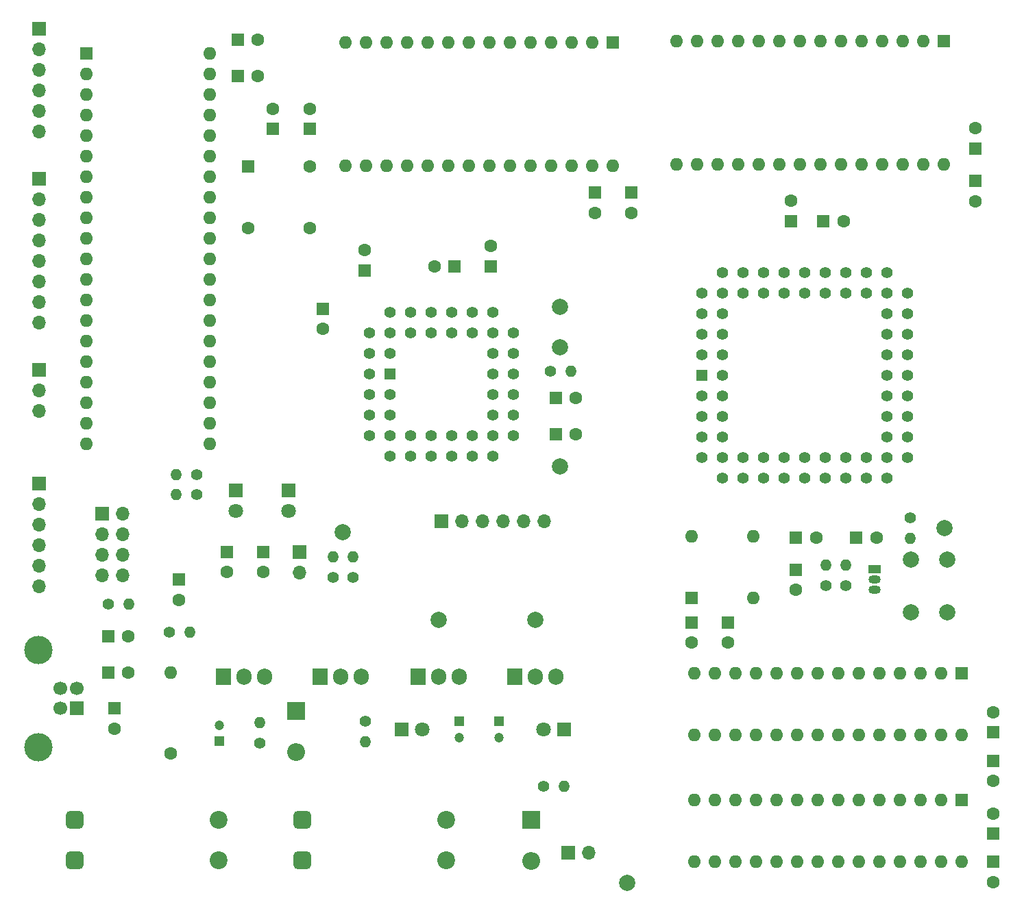
<source format=gbr>
%TF.GenerationSoftware,KiCad,Pcbnew,7.0.10*%
%TF.CreationDate,2024-02-09T09:46:36-06:00*%
%TF.ProjectId,SBC Circuit,53424320-4369-4726-9375-69742e6b6963,0.1*%
%TF.SameCoordinates,Original*%
%TF.FileFunction,Soldermask,Bot*%
%TF.FilePolarity,Negative*%
%FSLAX46Y46*%
G04 Gerber Fmt 4.6, Leading zero omitted, Abs format (unit mm)*
G04 Created by KiCad (PCBNEW 7.0.10) date 2024-02-09 09:46:36*
%MOMM*%
%LPD*%
G01*
G04 APERTURE LIST*
G04 Aperture macros list*
%AMRoundRect*
0 Rectangle with rounded corners*
0 $1 Rounding radius*
0 $2 $3 $4 $5 $6 $7 $8 $9 X,Y pos of 4 corners*
0 Add a 4 corners polygon primitive as box body*
4,1,4,$2,$3,$4,$5,$6,$7,$8,$9,$2,$3,0*
0 Add four circle primitives for the rounded corners*
1,1,$1+$1,$2,$3*
1,1,$1+$1,$4,$5*
1,1,$1+$1,$6,$7*
1,1,$1+$1,$8,$9*
0 Add four rect primitives between the rounded corners*
20,1,$1+$1,$2,$3,$4,$5,0*
20,1,$1+$1,$4,$5,$6,$7,0*
20,1,$1+$1,$6,$7,$8,$9,0*
20,1,$1+$1,$8,$9,$2,$3,0*%
G04 Aperture macros list end*
%ADD10R,1.600000X1.600000*%
%ADD11C,1.600000*%
%ADD12RoundRect,0.550000X-0.550000X-0.550000X0.550000X-0.550000X0.550000X0.550000X-0.550000X0.550000X0*%
%ADD13C,2.200000*%
%ADD14C,2.000000*%
%ADD15R,1.700000X1.700000*%
%ADD16O,1.700000X1.700000*%
%ADD17C,1.400000*%
%ADD18O,1.400000X1.400000*%
%ADD19O,1.600000X1.600000*%
%ADD20R,2.200000X2.200000*%
%ADD21O,2.200000X2.200000*%
%ADD22R,1.800000X1.800000*%
%ADD23C,1.800000*%
%ADD24C,1.700000*%
%ADD25C,3.500000*%
%ADD26R,1.905000X2.000000*%
%ADD27O,1.905000X2.000000*%
%ADD28R,1.422400X1.422400*%
%ADD29C,1.422400*%
%ADD30R,1.200000X1.200000*%
%ADD31C,1.200000*%
%ADD32R,1.500000X1.050000*%
%ADD33O,1.500000X1.050000*%
G04 APERTURE END LIST*
D10*
X161214600Y-110000000D03*
D11*
X161214600Y-112500000D03*
D12*
X113142400Y-134416800D03*
X113142400Y-139416800D03*
D13*
X130942400Y-134416800D03*
X130942400Y-139416800D03*
D14*
X129960000Y-109735400D03*
D10*
X153775000Y-56896000D03*
D11*
X153775000Y-59396000D03*
D10*
X108290000Y-101285400D03*
D11*
X108290000Y-103785400D03*
D15*
X80655800Y-55168800D03*
D16*
X80655800Y-57708800D03*
X80655800Y-60248800D03*
X80655800Y-62788800D03*
X80655800Y-65328800D03*
X80655800Y-67868800D03*
X80655800Y-70408800D03*
X80655800Y-72948800D03*
D10*
X131954961Y-66000000D03*
D11*
X129454961Y-66000000D03*
D17*
X119420000Y-104455400D03*
D18*
X119420000Y-101915400D03*
D10*
X151525000Y-38349000D03*
D19*
X148985000Y-38349000D03*
X146445000Y-38349000D03*
X143905000Y-38349000D03*
X141365000Y-38349000D03*
X138825000Y-38349000D03*
X136285000Y-38349000D03*
X133745000Y-38349000D03*
X131205000Y-38349000D03*
X128665000Y-38349000D03*
X126125000Y-38349000D03*
X123585000Y-38349000D03*
X121045000Y-38349000D03*
X118505000Y-38349000D03*
X118505000Y-53589000D03*
X121045000Y-53589000D03*
X123585000Y-53589000D03*
X126125000Y-53589000D03*
X128665000Y-53589000D03*
X131205000Y-53589000D03*
X133745000Y-53589000D03*
X136285000Y-53589000D03*
X138825000Y-53589000D03*
X141365000Y-53589000D03*
X143905000Y-53589000D03*
X146445000Y-53589000D03*
X148985000Y-53589000D03*
X151525000Y-53589000D03*
D10*
X173500000Y-60405000D03*
D11*
X173500000Y-57905000D03*
D14*
X192500000Y-98349999D03*
X145000000Y-76000000D03*
D20*
X112420000Y-120977583D03*
D21*
X112420000Y-126057583D03*
D15*
X130344961Y-97500000D03*
D16*
X132884961Y-97500000D03*
X135424961Y-97500000D03*
X137964961Y-97500000D03*
X140504961Y-97500000D03*
X143044961Y-97500000D03*
D15*
X112790000Y-101285400D03*
D16*
X112790000Y-103825400D03*
D11*
X96920000Y-126235400D03*
D19*
X96920000Y-116235400D03*
D10*
X89920000Y-120655400D03*
D11*
X89920000Y-123155400D03*
D10*
X192360000Y-38190418D03*
D19*
X189820000Y-38190418D03*
X187280000Y-38190418D03*
X184740000Y-38190418D03*
X182200000Y-38190418D03*
X179660000Y-38190418D03*
X177120000Y-38190418D03*
X174580000Y-38190418D03*
X172040000Y-38190418D03*
X169500000Y-38190418D03*
X166960000Y-38190418D03*
X164420000Y-38190418D03*
X161880000Y-38190418D03*
X159340000Y-38190418D03*
X159340000Y-53430418D03*
X161880000Y-53430418D03*
X164420000Y-53430418D03*
X166960000Y-53430418D03*
X169500000Y-53430418D03*
X172040000Y-53430418D03*
X174580000Y-53430418D03*
X177120000Y-53430418D03*
X179660000Y-53430418D03*
X182200000Y-53430418D03*
X184740000Y-53430418D03*
X187280000Y-53430418D03*
X189820000Y-53430418D03*
X192360000Y-53430418D03*
D10*
X198500000Y-127120000D03*
D11*
X198500000Y-129620000D03*
D10*
X198500000Y-123620000D03*
D11*
X198500000Y-121120000D03*
D10*
X120844961Y-66500000D03*
D11*
X120844961Y-64000000D03*
D15*
X80655800Y-92862400D03*
D16*
X80655800Y-95402400D03*
X80655800Y-97942400D03*
X80655800Y-100482400D03*
X80655800Y-103022400D03*
X80655800Y-105562400D03*
D22*
X111420000Y-93735400D03*
D23*
X111420000Y-96275400D03*
D22*
X104920000Y-93735400D03*
D23*
X104920000Y-96275400D03*
D12*
X85050000Y-134416800D03*
X85050000Y-139416800D03*
D13*
X102850000Y-134416800D03*
X102850000Y-139416800D03*
D17*
X180314600Y-105465000D03*
D18*
X180314600Y-102925000D03*
D15*
X85277500Y-120655400D03*
D24*
X85277500Y-118155400D03*
X83277500Y-118155400D03*
X83277500Y-120655400D03*
D25*
X80567500Y-125425400D03*
X80567500Y-113385400D03*
D10*
X89170000Y-111735400D03*
D11*
X91670000Y-111735400D03*
D17*
X96700000Y-111235400D03*
D18*
X99240000Y-111235400D03*
D10*
X105170000Y-42500000D03*
D11*
X107670000Y-42500000D03*
D10*
X105170000Y-38000000D03*
D11*
X107670000Y-38000000D03*
D10*
X194579000Y-132000000D03*
D19*
X192039000Y-132000000D03*
X189499000Y-132000000D03*
X186959000Y-132000000D03*
X184419000Y-132000000D03*
X181879000Y-132000000D03*
X179339000Y-132000000D03*
X176799000Y-132000000D03*
X174259000Y-132000000D03*
X171719000Y-132000000D03*
X169179000Y-132000000D03*
X166639000Y-132000000D03*
X164099000Y-132000000D03*
X161559000Y-132000000D03*
X161559000Y-139620000D03*
X164099000Y-139620000D03*
X166639000Y-139620000D03*
X169179000Y-139620000D03*
X171719000Y-139620000D03*
X174259000Y-139620000D03*
X176799000Y-139620000D03*
X179339000Y-139620000D03*
X181879000Y-139620000D03*
X184419000Y-139620000D03*
X186959000Y-139620000D03*
X189499000Y-139620000D03*
X192039000Y-139620000D03*
X194579000Y-139620000D03*
D22*
X145460000Y-123235400D03*
D23*
X142920000Y-123235400D03*
D10*
X198500000Y-139620000D03*
D11*
X198500000Y-142120000D03*
D10*
X144454961Y-86775400D03*
D11*
X146954961Y-86775400D03*
D10*
X103790000Y-101285400D03*
D11*
X103790000Y-103785400D03*
D14*
X141960000Y-109735400D03*
D10*
X89170000Y-116235400D03*
D11*
X91670000Y-116235400D03*
D17*
X100140000Y-91735400D03*
D18*
X97600000Y-91735400D03*
D15*
X146010000Y-138455400D03*
D16*
X148550000Y-138455400D03*
D10*
X136454961Y-66000000D03*
D11*
X136454961Y-63500000D03*
D10*
X196315000Y-51430418D03*
D11*
X196315000Y-48930418D03*
D26*
X103380000Y-116735400D03*
D27*
X105920000Y-116735400D03*
X108460000Y-116735400D03*
D10*
X198500000Y-136120000D03*
D11*
X198500000Y-133620000D03*
D10*
X86497800Y-39695400D03*
D19*
X86497800Y-42235400D03*
X86497800Y-44775400D03*
X86497800Y-47315400D03*
X86497800Y-49855400D03*
X86497800Y-52395400D03*
X86497800Y-54935400D03*
X86497800Y-57475400D03*
X86497800Y-60015400D03*
X86497800Y-62555400D03*
X86497800Y-65095400D03*
X86497800Y-67635400D03*
X86497800Y-70175400D03*
X86497800Y-72715400D03*
X86497800Y-75255400D03*
X86497800Y-77795400D03*
X86497800Y-80335400D03*
X86497800Y-82875400D03*
X86497800Y-85415400D03*
X86497800Y-87955400D03*
X101737800Y-87955400D03*
X101737800Y-85415400D03*
X101737800Y-82875400D03*
X101737800Y-80335400D03*
X101737800Y-77795400D03*
X101737800Y-75255400D03*
X101737800Y-72715400D03*
X101737800Y-70175400D03*
X101737800Y-67635400D03*
X101737800Y-65095400D03*
X101737800Y-62555400D03*
X101737800Y-60015400D03*
X101737800Y-57475400D03*
X101737800Y-54935400D03*
X101737800Y-52395400D03*
X101737800Y-49855400D03*
X101737800Y-47315400D03*
X101737800Y-44775400D03*
X101737800Y-42235400D03*
X101737800Y-39695400D03*
D10*
X177500000Y-60405000D03*
D11*
X180000000Y-60405000D03*
D10*
X149275000Y-56896000D03*
D11*
X149275000Y-59396000D03*
D14*
X118170000Y-98830400D03*
D17*
X120920000Y-122235400D03*
D18*
X120920000Y-124775400D03*
D28*
X162484600Y-79500000D03*
D29*
X165024600Y-79500000D03*
X162484600Y-82040000D03*
X165024600Y-82040000D03*
X162484600Y-84580000D03*
X165024600Y-84580000D03*
X162484600Y-87120000D03*
X165024600Y-87120000D03*
X162484600Y-89660000D03*
X165024600Y-92200000D03*
X165024600Y-89660000D03*
X167564600Y-92200000D03*
X167564600Y-89660000D03*
X170104600Y-92200000D03*
X170104600Y-89660000D03*
X172644600Y-92200000D03*
X172644600Y-89660000D03*
X175184600Y-92200000D03*
X175184600Y-89660000D03*
X177724600Y-92200000D03*
X177724600Y-89660000D03*
X180264600Y-92200000D03*
X180264600Y-89660000D03*
X182804600Y-92200000D03*
X182804600Y-89660000D03*
X185344600Y-92200000D03*
X187884600Y-89660000D03*
X185344600Y-89660000D03*
X187884600Y-87120000D03*
X185344600Y-87120000D03*
X187884600Y-84580000D03*
X185344600Y-84580000D03*
X187884600Y-82040000D03*
X185344600Y-82040000D03*
X187884600Y-79500000D03*
X185344600Y-79500000D03*
X187884600Y-76960000D03*
X185344600Y-76960000D03*
X187884600Y-74420000D03*
X185344600Y-74420000D03*
X187884600Y-71880000D03*
X185344600Y-71880000D03*
X187884600Y-69340000D03*
X185344600Y-66800000D03*
X185344600Y-69340000D03*
X182804600Y-66800000D03*
X182804600Y-69340000D03*
X180264600Y-66800000D03*
X180264600Y-69340000D03*
X177724600Y-66800000D03*
X177724600Y-69340000D03*
X175184600Y-66800000D03*
X175184600Y-69340000D03*
X172644600Y-66800000D03*
X172644600Y-69340000D03*
X170104600Y-66800000D03*
X170104600Y-69340000D03*
X167564600Y-66800000D03*
X167564600Y-69340000D03*
X165024600Y-66800000D03*
X162484600Y-69340000D03*
X165024600Y-69340000D03*
X162484600Y-71880000D03*
X165024600Y-71880000D03*
X162484600Y-74420000D03*
X165024600Y-74420000D03*
X162484600Y-76960000D03*
X165024600Y-76960000D03*
D26*
X115380000Y-116735400D03*
D27*
X117920000Y-116735400D03*
X120460000Y-116735400D03*
D30*
X132500000Y-122262801D03*
D31*
X132500000Y-124262801D03*
D30*
X137420000Y-122262801D03*
D31*
X137420000Y-124262801D03*
D14*
X153250000Y-142250000D03*
X188314600Y-108745000D03*
X188314600Y-102245000D03*
X192814600Y-108745000D03*
X192814600Y-102245000D03*
D10*
X144454961Y-82275400D03*
D11*
X146954961Y-82275400D03*
D26*
X127420000Y-116735400D03*
D27*
X129960000Y-116735400D03*
X132500000Y-116735400D03*
D17*
X142920000Y-130235400D03*
D18*
X145460000Y-130235400D03*
D30*
X102862400Y-124708000D03*
D31*
X102862400Y-122708000D03*
D17*
X107920000Y-124955400D03*
D18*
X107920000Y-122415400D03*
D10*
X174144600Y-103500000D03*
D11*
X174144600Y-106000000D03*
D10*
X109500000Y-49000000D03*
D11*
X109500000Y-46500000D03*
D15*
X80655800Y-36626800D03*
D16*
X80655800Y-39166800D03*
X80655800Y-41706800D03*
X80655800Y-44246800D03*
X80655800Y-46786800D03*
X80655800Y-49326800D03*
D28*
X123994961Y-79315400D03*
D29*
X121454961Y-81855400D03*
X123994961Y-81855400D03*
X121454961Y-84395400D03*
X123994961Y-84395400D03*
X121454961Y-86935400D03*
X123994961Y-89475400D03*
X123994961Y-86935400D03*
X126534961Y-89475400D03*
X126534961Y-86935400D03*
X129074961Y-89475400D03*
X129074961Y-86935400D03*
X131614961Y-89475400D03*
X131614961Y-86935400D03*
X134154961Y-89475400D03*
X134154961Y-86935400D03*
X136694961Y-89475400D03*
X139234961Y-86935400D03*
X136694961Y-86935400D03*
X139234961Y-84395400D03*
X136694961Y-84395400D03*
X139234961Y-81855400D03*
X136694961Y-81855400D03*
X139234961Y-79315400D03*
X136694961Y-79315400D03*
X139234961Y-76775400D03*
X136694961Y-76775400D03*
X139234961Y-74235400D03*
X136694961Y-71695400D03*
X136694961Y-74235400D03*
X134154961Y-71695400D03*
X134154961Y-74235400D03*
X131614961Y-71695400D03*
X131614961Y-74235400D03*
X129074961Y-71695400D03*
X129074961Y-74235400D03*
X126534961Y-71695400D03*
X126534961Y-74235400D03*
X123994961Y-71695400D03*
X121454961Y-74235400D03*
X123994961Y-74235400D03*
X121454961Y-76775400D03*
X123994961Y-76775400D03*
X121454961Y-79315400D03*
D10*
X196315000Y-55430418D03*
D11*
X196315000Y-57930418D03*
D10*
X114040000Y-49000000D03*
D11*
X114040000Y-46500000D03*
D10*
X165750000Y-110000000D03*
D11*
X165750000Y-112500000D03*
D10*
X194579000Y-116308000D03*
D19*
X192039000Y-116308000D03*
X189499000Y-116308000D03*
X186959000Y-116308000D03*
X184419000Y-116308000D03*
X181879000Y-116308000D03*
X179339000Y-116308000D03*
X176799000Y-116308000D03*
X174259000Y-116308000D03*
X171719000Y-116308000D03*
X169179000Y-116308000D03*
X166639000Y-116308000D03*
X164099000Y-116308000D03*
X161559000Y-116308000D03*
X161559000Y-123928000D03*
X164099000Y-123928000D03*
X166639000Y-123928000D03*
X169179000Y-123928000D03*
X171719000Y-123928000D03*
X174259000Y-123928000D03*
X176799000Y-123928000D03*
X179339000Y-123928000D03*
X181879000Y-123928000D03*
X184419000Y-123928000D03*
X186959000Y-123928000D03*
X189499000Y-123928000D03*
X192039000Y-123928000D03*
X194579000Y-123928000D03*
D10*
X174144600Y-99500000D03*
D11*
X176644600Y-99500000D03*
D10*
X115709961Y-71235400D03*
D11*
X115709961Y-73735400D03*
D17*
X188250000Y-97080000D03*
D18*
X188250000Y-99620000D03*
D10*
X97920000Y-104735400D03*
D11*
X97920000Y-107235400D03*
D15*
X88420000Y-96615400D03*
D16*
X90960000Y-96615400D03*
X88420000Y-99155400D03*
X90960000Y-99155400D03*
X88420000Y-101695400D03*
X90960000Y-101695400D03*
X88420000Y-104235400D03*
X90960000Y-104235400D03*
D26*
X139420000Y-116735400D03*
D27*
X141960000Y-116735400D03*
X144500000Y-116735400D03*
D14*
X145000000Y-90750000D03*
D10*
X181564600Y-99500000D03*
D11*
X184064600Y-99500000D03*
D32*
X183814600Y-103475000D03*
D33*
X183814600Y-104745000D03*
X183814600Y-106015000D03*
D17*
X143780000Y-79000000D03*
D18*
X146320000Y-79000000D03*
D20*
X141420000Y-134416800D03*
D21*
X141420000Y-139496800D03*
D17*
X177814600Y-105465000D03*
D18*
X177814600Y-102925000D03*
D14*
X145000000Y-71000000D03*
D10*
X161214600Y-107000000D03*
D19*
X168834600Y-107000000D03*
X168834600Y-99380000D03*
X161214600Y-99380000D03*
D17*
X100140000Y-94235400D03*
D18*
X97600000Y-94235400D03*
D22*
X125380000Y-123235400D03*
D23*
X127920000Y-123235400D03*
D17*
X89170000Y-107735400D03*
D18*
X91710000Y-107735400D03*
D17*
X116920000Y-104455400D03*
D18*
X116920000Y-101915400D03*
D10*
X106420000Y-53665400D03*
D11*
X106420000Y-61285400D03*
X114040000Y-61285400D03*
X114040000Y-53665400D03*
D15*
X80655800Y-78765400D03*
D16*
X80655800Y-81305400D03*
X80655800Y-83845400D03*
M02*

</source>
